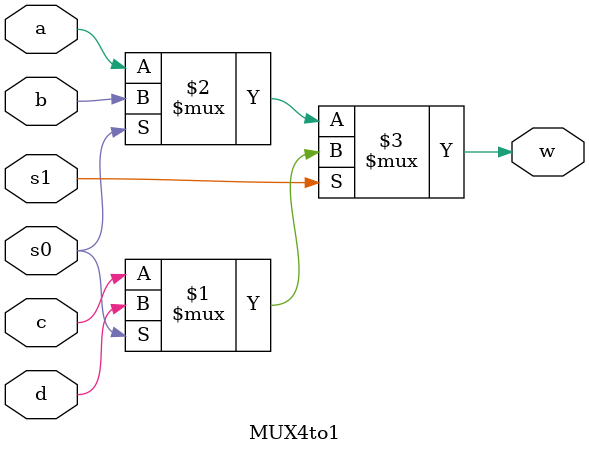
<source format=sv>
`timescale 1ns/1ns
module MUX4to1(a, b, c, d, s0, s1, w);

	input a, b, c, d, s0, s1;
	output w;

	assign #(32,28) w = s1 ? (s0 ? d : c) : (s0 ? b : a);

endmodule

</source>
